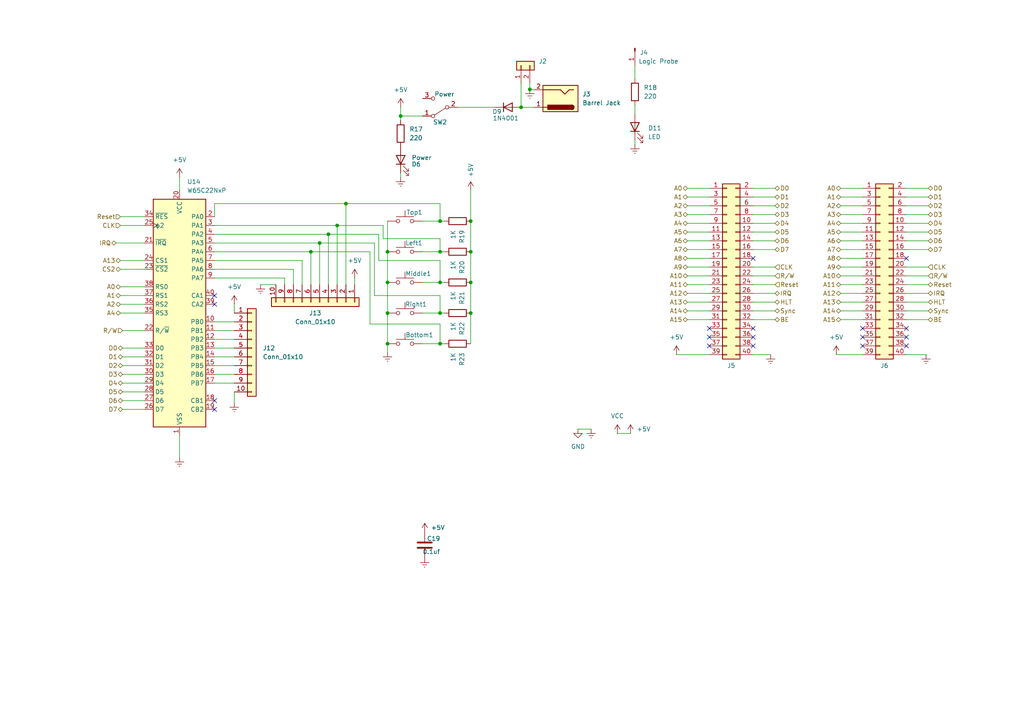
<source format=kicad_sch>
(kicad_sch (version 20231120) (generator "eeschema") (generator_version "8.0")
  (paper "A4")
  (lib_symbols
    (symbol "8bit-computer-rescue:SW_SPDT-8bit-computer-rescue" (pin_names (offset 0) hide)
      (property "Reference" "SW" (at 0 4.318 0))
      (property "Value" "8bit-computer-rescue:SW_SPDT" (at 0 -5.08 0))
      (symbol "SW_SPDT-8bit-computer-rescue_0_0"
        (circle (center -2.032 0) (radius 0.508))
        (circle (center 2.032 -2.54) (radius 0.508))
      )
      (symbol "SW_SPDT-8bit-computer-rescue_0_1"
        (polyline (pts (xy -1.524 0.254) (xy 1.651 2.286)))
        (circle (center 2.032 2.54) (radius 0.508))
      )
      (symbol "SW_SPDT-8bit-computer-rescue_1_1"
        (pin passive line (at 5.08 2.54 180) (length 2.54) (name "A") (number "1"))
        (pin passive line (at -5.08 0 0) (length 2.54) (name "B") (number "2"))
        (pin passive line (at 5.08 -2.54 180) (length 2.54) (name "C") (number "3"))
      )
    )
    (symbol "Connector:Barrel_Jack" (pin_names (offset 1.016))
      (property "Reference" "J" (at 0 5.334 0))
      (property "Value" "Barrel_Jack" (at 0 -5.08 0))
      (symbol "Barrel_Jack_0_1"
        (rectangle (start -5.08 3.81) (end 5.08 -3.81) (stroke (width 0.254)) (fill (type background)))
        (arc (start -3.302 3.175) (mid -3.9343 2.54) (end -3.302 1.905) (stroke (width 0.254)))
        (arc (start -3.302 3.175) (mid -3.9343 2.54) (end -3.302 1.905) (stroke (width 0.254)) (fill (type outline)))
        (polyline (pts (xy 5.08 2.54) (xy 3.81 2.54)) (stroke (width 0.254)))
        (polyline (pts (xy -3.81 -2.54) (xy -2.54 -2.54) (xy -1.27 -1.27) (xy 0 -2.54) (xy 2.54 -2.54) (xy 5.08 -2.54)) (stroke (width 0.254)))
        (rectangle (start 3.683 3.175) (end -3.302 1.905) (stroke (width 0.254)) (fill (type outline)))
      )
      (symbol "Barrel_Jack_1_1"
        (pin passive line (at 7.62 2.54 180) (length 2.54) (name "~") (number "1"))
        (pin passive line (at 7.62 -2.54 180) (length 2.54) (name "~") (number "2"))
      )
    )
    (symbol "Connector:Conn_01x01_Pin" (pin_names (offset 1.016) hide)
      (property "Reference" "J" (at 0 2.54 0))
      (property "Value" "Conn_01x01_Pin" (at 0 -2.54 0))
      (symbol "Conn_01x01_Pin_1_1"
        (polyline (pts (xy 1.27 0) (xy 0.8636 0)) (stroke (width 0.1524)))
        (rectangle (start 0.8636 0.127) (end 0 -0.127) (stroke (width 0.1524)) (fill (type outline)))
        (pin passive line (at 5.08 0 180) (length 3.81) (name "Pin_1") (number "1"))
      )
    )
    (symbol "Connector_Generic:Conn_01x02" (pin_names (offset 1.016) hide)
      (property "Reference" "J" (at 0 2.54 0))
      (property "Value" "Conn_01x02" (at 0 -5.08 0))
      (symbol "Conn_01x02_1_1"
        (rectangle (start -1.27 -2.413) (end 0 -2.667) (stroke (width 0.1524)))
        (rectangle (start -1.27 0.127) (end 0 -0.127) (stroke (width 0.1524)))
        (rectangle (start -1.27 1.27) (end 1.27 -3.81) (stroke (width 0.254)) (fill (type background)))
        (pin passive line (at -5.08 0 0) (length 3.81) (name "Pin_1") (number "1"))
        (pin passive line (at -5.08 -2.54 0) (length 3.81) (name "Pin_2") (number "2"))
      )
    )
    (symbol "Connector_Generic:Conn_01x10" (pin_names (offset 1.016) hide)
      (property "Reference" "J" (at 0 12.7 0))
      (property "Value" "Conn_01x10" (at 0 -15.24 0))
      (symbol "Conn_01x10_1_1"
        (rectangle (start -1.27 -12.573) (end 0 -12.827) (stroke (width 0.1524)))
        (rectangle (start -1.27 -10.033) (end 0 -10.287) (stroke (width 0.1524)))
        (rectangle (start -1.27 -7.493) (end 0 -7.747) (stroke (width 0.1524)))
        (rectangle (start -1.27 -4.953) (end 0 -5.207) (stroke (width 0.1524)))
        (rectangle (start -1.27 -2.413) (end 0 -2.667) (stroke (width 0.1524)))
        (rectangle (start -1.27 0.127) (end 0 -0.127) (stroke (width 0.1524)))
        (rectangle (start -1.27 2.667) (end 0 2.413) (stroke (width 0.1524)))
        (rectangle (start -1.27 5.207) (end 0 4.953) (stroke (width 0.1524)))
        (rectangle (start -1.27 7.747) (end 0 7.493) (stroke (width 0.1524)))
        (rectangle (start -1.27 10.287) (end 0 10.033) (stroke (width 0.1524)))
        (rectangle (start -1.27 11.43) (end 1.27 -13.97) (stroke (width 0.254)) (fill (type background)))
        (pin passive line (at -5.08 10.16 0) (length 3.81) (name "Pin_1") (number "1"))
        (pin passive line (at -5.08 -12.7 0) (length 3.81) (name "Pin_10") (number "10"))
        (pin passive line (at -5.08 7.62 0) (length 3.81) (name "Pin_2") (number "2"))
        (pin passive line (at -5.08 5.08 0) (length 3.81) (name "Pin_3") (number "3"))
        (pin passive line (at -5.08 2.54 0) (length 3.81) (name "Pin_4") (number "4"))
        (pin passive line (at -5.08 0 0) (length 3.81) (name "Pin_5") (number "5"))
        (pin passive line (at -5.08 -2.54 0) (length 3.81) (name "Pin_6") (number "6"))
        (pin passive line (at -5.08 -5.08 0) (length 3.81) (name "Pin_7") (number "7"))
        (pin passive line (at -5.08 -7.62 0) (length 3.81) (name "Pin_8") (number "8"))
        (pin passive line (at -5.08 -10.16 0) (length 3.81) (name "Pin_9") (number "9"))
      )
    )
    (symbol "Connector_Generic:Conn_02x20_Odd_Even" (pin_names (offset 1.016) hide)
      (property "Reference" "J" (at 1.27 25.4 0))
      (property "Value" "Conn_02x20_Odd_Even" (at 1.27 -27.94 0))
      (symbol "Conn_02x20_Odd_Even_1_1"
        (rectangle (start -1.27 -25.273) (end 0 -25.527) (stroke (width 0.1524)))
        (rectangle (start -1.27 -22.733) (end 0 -22.987) (stroke (width 0.1524)))
        (rectangle (start -1.27 -20.193) (end 0 -20.447) (stroke (width 0.1524)))
        (rectangle (start -1.27 -17.653) (end 0 -17.907) (stroke (width 0.1524)))
        (rectangle (start -1.27 -15.113) (end 0 -15.367) (stroke (width 0.1524)))
        (rectangle (start -1.27 -12.573) (end 0 -12.827) (stroke (width 0.1524)))
        (rectangle (start -1.27 -10.033) (end 0 -10.287) (stroke (width 0.1524)))
        (rectangle (start -1.27 -7.493) (end 0 -7.747) (stroke (width 0.1524)))
        (rectangle (start -1.27 -4.953) (end 0 -5.207) (stroke (width 0.1524)))
        (rectangle (start -1.27 -2.413) (end 0 -2.667) (stroke (width 0.1524)))
        (rectangle (start -1.27 0.127) (end 0 -0.127) (stroke (width 0.1524)))
        (rectangle (start -1.27 2.667) (end 0 2.413) (stroke (width 0.1524)))
        (rectangle (start -1.27 5.207) (end 0 4.953) (stroke (width 0.1524)))
        (rectangle (start -1.27 7.747) (end 0 7.493) (stroke (width 0.1524)))
        (rectangle (start -1.27 10.287) (end 0 10.033) (stroke (width 0.1524)))
        (rectangle (start -1.27 12.827) (end 0 12.573) (stroke (width 0.1524)))
        (rectangle (start -1.27 15.367) (end 0 15.113) (stroke (width 0.1524)))
        (rectangle (start -1.27 17.907) (end 0 17.653) (stroke (width 0.1524)))
        (rectangle (start -1.27 20.447) (end 0 20.193) (stroke (width 0.1524)))
        (rectangle (start -1.27 22.987) (end 0 22.733) (stroke (width 0.1524)))
        (rectangle (start -1.27 24.13) (end 3.81 -26.67) (stroke (width 0.254)) (fill (type background)))
        (rectangle (start 3.81 -25.273) (end 2.54 -25.527) (stroke (width 0.1524)))
        (rectangle (start 3.81 -22.733) (end 2.54 -22.987) (stroke (width 0.1524)))
        (rectangle (start 3.81 -20.193) (end 2.54 -20.447) (stroke (width 0.1524)))
        (rectangle (start 3.81 -17.653) (end 2.54 -17.907) (stroke (width 0.1524)))
        (rectangle (start 3.81 -15.113) (end 2.54 -15.367) (stroke (width 0.1524)))
        (rectangle (start 3.81 -12.573) (end 2.54 -12.827) (stroke (width 0.1524)))
        (rectangle (start 3.81 -10.033) (end 2.54 -10.287) (stroke (width 0.1524)))
        (rectangle (start 3.81 -7.493) (end 2.54 -7.747) (stroke (width 0.1524)))
        (rectangle (start 3.81 -4.953) (end 2.54 -5.207) (stroke (width 0.1524)))
        (rectangle (start 3.81 -2.413) (end 2.54 -2.667) (stroke (width 0.1524)))
        (rectangle (start 3.81 0.127) (end 2.54 -0.127) (stroke (width 0.1524)))
        (rectangle (start 3.81 2.667) (end 2.54 2.413) (stroke (width 0.1524)))
        (rectangle (start 3.81 5.207) (end 2.54 4.953) (stroke (width 0.1524)))
        (rectangle (start 3.81 7.747) (end 2.54 7.493) (stroke (width 0.1524)))
        (rectangle (start 3.81 10.287) (end 2.54 10.033) (stroke (width 0.1524)))
        (rectangle (start 3.81 12.827) (end 2.54 12.573) (stroke (width 0.1524)))
        (rectangle (start 3.81 15.367) (end 2.54 15.113) (stroke (width 0.1524)))
        (rectangle (start 3.81 17.907) (end 2.54 17.653) (stroke (width 0.1524)))
        (rectangle (start 3.81 20.447) (end 2.54 20.193) (stroke (width 0.1524)))
        (rectangle (start 3.81 22.987) (end 2.54 22.733) (stroke (width 0.1524)))
        (pin passive line (at -5.08 22.86 0) (length 3.81) (name "Pin_1") (number "1"))
        (pin passive line (at 7.62 12.7 180) (length 3.81) (name "Pin_10") (number "10"))
        (pin passive line (at -5.08 10.16 0) (length 3.81) (name "Pin_11") (number "11"))
        (pin passive line (at 7.62 10.16 180) (length 3.81) (name "Pin_12") (number "12"))
        (pin passive line (at -5.08 7.62 0) (length 3.81) (name "Pin_13") (number "13"))
        (pin passive line (at 7.62 7.62 180) (length 3.81) (name "Pin_14") (number "14"))
        (pin passive line (at -5.08 5.08 0) (length 3.81) (name "Pin_15") (number "15"))
        (pin passive line (at 7.62 5.08 180) (length 3.81) (name "Pin_16") (number "16"))
        (pin passive line (at -5.08 2.54 0) (length 3.81) (name "Pin_17") (number "17"))
        (pin passive line (at 7.62 2.54 180) (length 3.81) (name "Pin_18") (number "18"))
        (pin passive line (at -5.08 0 0) (length 3.81) (name "Pin_19") (number "19"))
        (pin passive line (at 7.62 22.86 180) (length 3.81) (name "Pin_2") (number "2"))
        (pin passive line (at 7.62 0 180) (length 3.81) (name "Pin_20") (number "20"))
        (pin passive line (at -5.08 -2.54 0) (length 3.81) (name "Pin_21") (number "21"))
        (pin passive line (at 7.62 -2.54 180) (length 3.81) (name "Pin_22") (number "22"))
        (pin passive line (at -5.08 -5.08 0) (length 3.81) (name "Pin_23") (number "23"))
        (pin passive line (at 7.62 -5.08 180) (length 3.81) (name "Pin_24") (number "24"))
        (pin passive line (at -5.08 -7.62 0) (length 3.81) (name "Pin_25") (number "25"))
        (pin passive line (at 7.62 -7.62 180) (length 3.81) (name "Pin_26") (number "26"))
        (pin passive line (at -5.08 -10.16 0) (length 3.81) (name "Pin_27") (number "27"))
        (pin passive line (at 7.62 -10.16 180) (length 3.81) (name "Pin_28") (number "28"))
        (pin passive line (at -5.08 -12.7 0) (length 3.81) (name "Pin_29") (number "29"))
        (pin passive line (at -5.08 20.32 0) (length 3.81) (name "Pin_3") (number "3"))
        (pin passive line (at 7.62 -12.7 180) (length 3.81) (name "Pin_30") (number "30"))
        (pin passive line (at -5.08 -15.24 0) (length 3.81) (name "Pin_31") (number "31"))
        (pin passive line (at 7.62 -15.24 180) (length 3.81) (name "Pin_32") (number "32"))
        (pin passive line (at -5.08 -17.78 0) (length 3.81) (name "Pin_33") (number "33"))
        (pin passive line (at 7.62 -17.78 180) (length 3.81) (name "Pin_34") (number "34"))
        (pin passive line (at -5.08 -20.32 0) (length 3.81) (name "Pin_35") (number "35"))
        (pin passive line (at 7.62 -20.32 180) (length 3.81) (name "Pin_36") (number "36"))
        (pin passive line (at -5.08 -22.86 0) (length 3.81) (name "Pin_37") (number "37"))
        (pin passive line (at 7.62 -22.86 180) (length 3.81) (name "Pin_38") (number "38"))
        (pin passive line (at -5.08 -25.4 0) (length 3.81) (name "Pin_39") (number "39"))
        (pin passive line (at 7.62 20.32 180) (length 3.81) (name "Pin_4") (number "4"))
        (pin passive line (at 7.62 -25.4 180) (length 3.81) (name "Pin_40") (number "40"))
        (pin passive line (at -5.08 17.78 0) (length 3.81) (name "Pin_5") (number "5"))
        (pin passive line (at 7.62 17.78 180) (length 3.81) (name "Pin_6") (number "6"))
        (pin passive line (at -5.08 15.24 0) (length 3.81) (name "Pin_7") (number "7"))
        (pin passive line (at 7.62 15.24 180) (length 3.81) (name "Pin_8") (number "8"))
        (pin passive line (at -5.08 12.7 0) (length 3.81) (name "Pin_9") (number "9"))
      )
    )
    (symbol "Device:C" (pin_numbers hide) (pin_names (offset 0.254))
      (property "Reference" "C" (at 0.635 2.54 0))
      (property "Value" "C" (at 0.635 -2.54 0))
      (symbol "C_0_1"
        (polyline (pts (xy -2.032 -0.762) (xy 2.032 -0.762)) (stroke (width 0.508)))
        (polyline (pts (xy -2.032 0.762) (xy 2.032 0.762)) (stroke (width 0.508)))
      )
      (symbol "C_1_1"
        (pin passive line (at 0 3.81 270) (length 2.794) (name "~") (number "1"))
        (pin passive line (at 0 -3.81 90) (length 2.794) (name "~") (number "2"))
      )
    )
    (symbol "Device:LED" (pin_numbers hide) (pin_names (offset 1.016) hide)
      (property "Reference" "D" (at 0 2.54 0))
      (property "Value" "LED" (at 0 -2.54 0))
      (symbol "LED_0_1"
        (polyline (pts (xy -1.27 -1.27) (xy -1.27 1.27)) (stroke (width 0.254)))
        (polyline (pts (xy -1.27 0) (xy 1.27 0)))
        (polyline (pts (xy 1.27 -1.27) (xy 1.27 1.27) (xy -1.27 0) (xy 1.27 -1.27)) (stroke (width 0.254)))
        (polyline (pts (xy -3.048 -0.762) (xy -4.572 -2.286) (xy -3.81 -2.286) (xy -4.572 -2.286) (xy -4.572 -1.524)))
        (polyline (pts (xy -1.778 -0.762) (xy -3.302 -2.286) (xy -2.54 -2.286) (xy -3.302 -2.286) (xy -3.302 -1.524)))
      )
      (symbol "LED_1_1"
        (pin passive line (at -3.81 0 0) (length 2.54) (name "K") (number "1"))
        (pin passive line (at 3.81 0 180) (length 2.54) (name "A") (number "2"))
      )
    )
    (symbol "Device:R" (pin_numbers hide) (pin_names (offset 0))
      (property "Reference" "R" (at 2.032 0 90))
      (property "Value" "R" (at 0 0 90))
      (symbol "R_0_1"
        (rectangle (start -1.016 -2.54) (end 1.016 2.54) (stroke (width 0.254)))
      )
      (symbol "R_1_1"
        (pin passive line (at 0 3.81 270) (length 1.27) (name "~") (number "1"))
        (pin passive line (at 0 -3.81 90) (length 1.27) (name "~") (number "2"))
      )
    )
    (symbol "Diode:1N4001" (pin_numbers hide) (pin_names hide)
      (property "Reference" "D" (at 0 2.54 0))
      (property "Value" "1N4001" (at 0 -2.54 0))
      (symbol "1N4001_0_1"
        (polyline (pts (xy -1.27 1.27) (xy -1.27 -1.27)) (stroke (width 0.254)))
        (polyline (pts (xy 1.27 0) (xy -1.27 0)))
        (polyline (pts (xy 1.27 1.27) (xy 1.27 -1.27) (xy -1.27 0) (xy 1.27 1.27)) (stroke (width 0.254)))
      )
      (symbol "1N4001_1_1"
        (pin passive line (at -3.81 0 0) (length 2.54) (name "K") (number "1"))
        (pin passive line (at 3.81 0 180) (length 2.54) (name "A") (number "2"))
      )
    )
    (symbol "PCM_65xx-library:W65C22NxP"
      (property "Reference" "U" (at 2.54 38.1 0))
      (property "Value" "W65C22NxP" (at 2.54 35.56 0))
      (symbol "W65C22NxP_0_1"
        (rectangle (start -7.62 33.02) (end 7.62 -33.02) (stroke (width 0.254)) (fill (type background)))
      )
      (symbol "W65C22NxP_1_1"
        (pin power_in line (at 0 -35.56 90) (length 2.54) (name "VSS") (number "1"))
        (pin bidirectional line (at 10.16 -2.54 180) (length 2.54) (name "PB0") (number "10"))
        (pin bidirectional line (at 10.16 -5.08 180) (length 2.54) (name "PB1") (number "11"))
        (pin bidirectional line (at 10.16 -7.62 180) (length 2.54) (name "PB2") (number "12"))
        (pin bidirectional line (at 10.16 -10.16 180) (length 2.54) (name "PB3") (number "13"))
        (pin bidirectional line (at 10.16 -12.7 180) (length 2.54) (name "PB4") (number "14"))
        (pin bidirectional line (at 10.16 -15.24 180) (length 2.54) (name "PB5") (number "15"))
        (pin bidirectional line (at 10.16 -17.78 180) (length 2.54) (name "PB6") (number "16"))
        (pin bidirectional line (at 10.16 -20.32 180) (length 2.54) (name "PB7") (number "17"))
        (pin input line (at 10.16 -25.4 180) (length 2.54) (name "CB1") (number "18"))
        (pin bidirectional line (at 10.16 -27.94 180) (length 2.54) (name "CB2") (number "19"))
        (pin bidirectional line (at 10.16 27.94 180) (length 2.54) (name "PA0") (number "2"))
        (pin power_in line (at 0 35.56 270) (length 2.54) (name "VCC") (number "20"))
        (pin open_collector line (at -10.16 20.32 0) (length 2.54) (name "~{IRQ}") (number "21"))
        (pin input line (at -10.16 -5.08 0) (length 2.54) (name "R/~{W}") (number "22"))
        (pin input line (at -10.16 12.7 0) (length 2.54) (name "~{CS2}") (number "23"))
        (pin input line (at -10.16 15.24 0) (length 2.54) (name "CS1") (number "24"))
        (pin input clock (at -10.16 25.4 0) (length 2.54) (name "ϕ2") (number "25"))
        (pin bidirectional line (at -10.16 -27.94 0) (length 2.54) (name "D7") (number "26"))
        (pin bidirectional line (at -10.16 -25.4 0) (length 2.54) (name "D6") (number "27"))
        (pin bidirectional line (at -10.16 -22.86 0) (length 2.54) (name "D5") (number "28"))
        (pin bidirectional line (at -10.16 -20.32 0) (length 2.54) (name "D4") (number "29"))
        (pin bidirectional line (at 10.16 25.4 180) (length 2.54) (name "PA1") (number "3"))
        (pin bidirectional line (at -10.16 -17.78 0) (length 2.54) (name "D3") (number "30"))
        (pin bidirectional line (at -10.16 -15.24 0) (length 2.54) (name "D2") (number "31"))
        (pin bidirectional line (at -10.16 -12.7 0) (length 2.54) (name "D1") (number "32"))
        (pin bidirectional line (at -10.16 -10.16 0) (length 2.54) (name "D0") (number "33"))
        (pin input line (at -10.16 27.94 0) (length 2.54) (name "~{RES}") (number "34"))
        (pin input line (at -10.16 0 0) (length 2.54) (name "RS3") (number "35"))
        (pin input line (at -10.16 2.54 0) (length 2.54) (name "RS2") (number "36"))
        (pin input line (at -10.16 5.08 0) (length 2.54) (name "RS1") (number "37"))
        (pin input line (at -10.16 7.62 0) (length 2.54) (name "RS0") (number "38"))
        (pin bidirectional line (at 10.16 2.54 180) (length 2.54) (name "CA2") (number "39"))
        (pin bidirectional line (at 10.16 22.86 180) (length 2.54) (name "PA2") (number "4"))
        (pin input line (at 10.16 5.08 180) (length 2.54) (name "CA1") (number "40"))
        (pin bidirectional line (at 10.16 20.32 180) (length 2.54) (name "PA3") (number "5"))
        (pin bidirectional line (at 10.16 17.78 180) (length 2.54) (name "PA4") (number "6"))
        (pin bidirectional line (at 10.16 15.24 180) (length 2.54) (name "PA5") (number "7"))
        (pin bidirectional line (at 10.16 12.7 180) (length 2.54) (name "PA6") (number "8"))
        (pin bidirectional line (at 10.16 10.16 180) (length 2.54) (name "PA7") (number "9"))
      )
    )
    (symbol "Switch:SW_Push" (pin_numbers hide) (pin_names (offset 1.016) hide)
      (property "Reference" "SW" (at 1.27 2.54 0))
      (property "Value" "SW_Push" (at 0 -1.524 0))
      (symbol "SW_Push_0_1"
        (circle (center -2.032 0) (radius 0.508))
        (polyline (pts (xy 0 1.27) (xy 0 3.048)))
        (polyline (pts (xy 2.54 1.27) (xy -2.54 1.27)))
        (circle (center 2.032 0) (radius 0.508))
        (pin passive line (at -5.08 0 0) (length 2.54) (name "1") (number "1"))
        (pin passive line (at 5.08 0 180) (length 2.54) (name "2") (number "2"))
      )
    )
    (symbol "power:+5V" (power) (pin_names (offset 0))
      (property "Value" "+5V" (at 0 3.556 0))
      (symbol "+5V_0_1"
        (polyline (pts (xy -0.762 1.27) (xy 0 2.54)))
        (polyline (pts (xy 0 0) (xy 0 2.54)))
        (polyline (pts (xy 0 2.54) (xy 0.762 1.27)))
      )
      (symbol "+5V_1_1"
        (pin power_in line (at 0 0 90) (length 0) hide (name "+5V") (number "1"))
      )
    )
    (symbol "power:Earth" (power) (pin_names (offset 0))
      (symbol "Earth_0_1"
        (polyline (pts (xy -0.635 -1.905) (xy 0.635 -1.905)))
        (polyline (pts (xy -0.127 -2.54) (xy 0.127 -2.54)))
        (polyline (pts (xy 0 -1.27) (xy 0 0)))
        (polyline (pts (xy 1.27 -1.27) (xy -1.27 -1.27)))
      )
      (symbol "Earth_1_1"
        (pin power_in line (at 0 0 270) (length 0) hide (name "Earth") (number "1"))
      )
    )
    (symbol "power:GND" (power) (pin_numbers hide) (pin_names (offset 0) hide)
      (property "Value" "GND" (at 0 -3.81 0))
      (symbol "GND_0_1"
        (polyline (pts (xy 0 0) (xy 0 -1.27) (xy 1.27 -1.27) (xy 0 -2.54) (xy -1.27 -1.27) (xy 0 -1.27)))
      )
      (symbol "GND_1_1"
        (pin power_in line (at 0 0 270) (length 0) (name "~") (number "1"))
      )
    )
    (symbol "power:VCC" (power) (pin_numbers hide) (pin_names (offset 0) hide)
      (property "Value" "VCC" (at 0 3.556 0))
      (symbol "VCC_0_1"
        (polyline (pts (xy -0.762 1.27) (xy 0 2.54)))
        (polyline (pts (xy 0 0) (xy 0 2.54)))
        (polyline (pts (xy 0 2.54) (xy 0.762 1.27)))
      )
      (symbol "VCC_1_1"
        (pin power_in line (at 0 0 90) (length 0) (name "~") (number "1"))
      )
    )
  )
  (junction (at 136.525 73.025))
  (junction (at 136.525 90.805))
  (junction (at 112.395 81.915))
  (junction (at 90.17 73.025))
  (junction (at 97.79 65.405))
  (junction (at 127.635 81.915))
  (junction (at 112.395 73.025))
  (junction (at 127.635 64.135))
  (junction (at 127.635 90.805))
  (junction (at 127.635 99.695))
  (junction (at 92.71 70.485))
  (junction (at 136.525 64.135))
  (junction (at 112.395 99.695))
  (junction (at 151.13 31.115))
  (junction (at 153.67 25.908))
  (junction (at 116.205 33.655))
  (junction (at 112.395 90.805))
  (junction (at 100.33 59.055))
  (junction (at 127.635 73.025))
  (junction (at 95.25 67.945))
  (junction (at 136.525 81.915))
  (no_connect (at 250.19 97.79))
  (no_connect (at 205.74 97.79))
  (no_connect (at 62.23 118.745))
  (no_connect (at 205.74 100.33))
  (no_connect (at 205.74 95.25))
  (no_connect (at 218.44 95.25))
  (no_connect (at 218.44 97.79))
  (no_connect (at 250.19 95.25))
  (no_connect (at 218.44 74.93))
  (no_connect (at 62.23 116.205))
  (no_connect (at 262.89 100.33))
  (no_connect (at 62.23 88.265))
  (no_connect (at 262.89 95.25))
  (no_connect (at 262.89 74.93))
  (no_connect (at 218.44 100.33))
  (no_connect (at 262.89 97.79))
  (no_connect (at 250.19 100.33))
  (no_connect (at 62.23 85.725))
  (wire (pts (xy 52.07 126.365) (xy 52.07 132.715)))
  (wire (pts (xy 62.23 75.565) (xy 87.63 75.565)))
  (wire (pts (xy 243.84 85.09) (xy 250.19 85.09)))
  (wire (pts (xy 62.23 108.585) (xy 67.945 108.585)))
  (wire (pts (xy 34.925 90.805) (xy 41.91 90.805)))
  (wire (pts (xy 95.25 67.945) (xy 95.25 82.55)))
  (wire (pts (xy 128.905 73.025) (xy 127.635 73.025)))
  (wire (pts (xy 218.44 64.77) (xy 224.79 64.77)))
  (wire (pts (xy 243.84 82.55) (xy 250.19 82.55)))
  (wire (pts (xy 262.89 64.77) (xy 269.24 64.77)))
  (wire (pts (xy 243.84 74.93) (xy 250.19 74.93)))
  (wire (pts (xy 218.44 57.15) (xy 224.79 57.15)))
  (wire (pts (xy 243.84 90.17) (xy 250.19 90.17)))
  (wire (pts (xy 127.635 90.805) (xy 122.555 90.805)))
  (wire (pts (xy 62.23 78.105) (xy 85.09 78.105)))
  (wire (pts (xy 153.67 26.035) (xy 154.94 26.035)))
  (wire (pts (xy 35.56 113.665) (xy 41.91 113.665)))
  (wire (pts (xy 199.39 67.31) (xy 205.74 67.31)))
  (wire (pts (xy 112.395 99.695) (xy 112.395 102.235)))
  (wire (pts (xy 243.84 64.77) (xy 250.19 64.77)))
  (wire (pts (xy 153.67 24.13) (xy 153.67 25.908)))
  (wire (pts (xy 116.205 51.435) (xy 116.205 50.165)))
  (wire (pts (xy 218.44 82.55) (xy 224.79 82.55)))
  (wire (pts (xy 167.64 124.46) (xy 171.45 124.46)))
  (wire (pts (xy 218.44 87.63) (xy 224.79 87.63)))
  (wire (pts (xy 218.44 80.01) (xy 224.79 80.01)))
  (wire (pts (xy 262.89 80.01) (xy 269.24 80.01)))
  (wire (pts (xy 199.39 69.85) (xy 205.74 69.85)))
  (wire (pts (xy 218.44 77.47) (xy 224.79 77.47)))
  (wire (pts (xy 95.25 67.945) (xy 62.23 67.945)))
  (wire (pts (xy 62.23 65.405) (xy 97.79 65.405)))
  (wire (pts (xy 109.855 75.565) (xy 109.855 67.945)))
  (wire (pts (xy 243.84 67.31) (xy 250.19 67.31)))
  (wire (pts (xy 116.205 31.115) (xy 116.205 33.655)))
  (wire (pts (xy 34.925 83.185) (xy 41.91 83.185)))
  (wire (pts (xy 262.89 59.69) (xy 269.24 59.69)))
  (wire (pts (xy 112.395 81.915) (xy 112.395 90.805)))
  (wire (pts (xy 199.39 85.09) (xy 205.74 85.09)))
  (wire (pts (xy 218.44 62.23) (xy 224.79 62.23)))
  (wire (pts (xy 262.89 57.15) (xy 269.24 57.15)))
  (wire (pts (xy 33.655 70.485) (xy 41.91 70.485)))
  (wire (pts (xy 128.905 81.915) (xy 127.635 81.915)))
  (wire (pts (xy 41.91 78.105) (xy 34.925 78.105)))
  (wire (pts (xy 242.57 102.87) (xy 250.19 102.87)))
  (wire (pts (xy 199.39 90.17) (xy 205.74 90.17)))
  (wire (pts (xy 262.89 90.17) (xy 269.24 90.17)))
  (wire (pts (xy 243.84 72.39) (xy 250.19 72.39)))
  (wire (pts (xy 67.945 88.265) (xy 67.945 90.805)))
  (wire (pts (xy 62.23 80.645) (xy 82.55 80.645)))
  (wire (pts (xy 127.635 73.025) (xy 122.555 73.025)))
  (wire (pts (xy 218.44 72.39) (xy 224.79 72.39)))
  (wire (pts (xy 132.715 31.115) (xy 143.51 31.115)))
  (wire (pts (xy 243.84 54.61) (xy 250.19 54.61)))
  (wire (pts (xy 199.39 87.63) (xy 205.74 87.63)))
  (wire (pts (xy 127.635 93.98) (xy 127.635 99.695)))
  (wire (pts (xy 262.89 85.09) (xy 269.24 85.09)))
  (wire (pts (xy 92.71 70.485) (xy 62.23 70.485)))
  (wire (pts (xy 218.44 85.09) (xy 224.79 85.09)))
  (wire (pts (xy 199.39 92.71) (xy 205.74 92.71)))
  (wire (pts (xy 262.89 54.61) (xy 269.24 54.61)))
  (wire (pts (xy 243.84 59.69) (xy 250.19 59.69)))
  (wire (pts (xy 199.39 54.61) (xy 205.74 54.61)))
  (wire (pts (xy 127.635 85.725) (xy 127.635 90.805)))
  (wire (pts (xy 75.565 82.55) (xy 80.01 82.55)))
  (wire (pts (xy 62.23 93.345) (xy 67.945 93.345)))
  (wire (pts (xy 199.39 77.47) (xy 205.74 77.47)))
  (wire (pts (xy 112.395 90.805) (xy 112.395 99.695)))
  (wire (pts (xy 262.89 69.85) (xy 269.24 69.85)))
  (wire (pts (xy 100.33 59.055) (xy 127.635 59.055)))
  (wire (pts (xy 62.23 103.505) (xy 67.945 103.505)))
  (wire (pts (xy 127.635 81.915) (xy 122.555 81.915)))
  (wire (pts (xy 151.13 24.13) (xy 151.13 31.115)))
  (wire (pts (xy 112.395 73.025) (xy 112.395 81.915)))
  (wire (pts (xy 218.44 90.17) (xy 224.79 90.17)))
  (wire (pts (xy 184.15 19.05) (xy 184.15 22.86)))
  (wire (pts (xy 100.33 59.055) (xy 100.33 82.55)))
  (wire (pts (xy 108.585 85.725) (xy 127.635 85.725)))
  (wire (pts (xy 218.44 69.85) (xy 224.79 69.85)))
  (wire (pts (xy 52.07 51.435) (xy 52.07 55.245)))
  (wire (pts (xy 111.125 69.215) (xy 127.635 69.215)))
  (wire (pts (xy 127.635 93.98) (xy 107.315 93.98)))
  (wire (pts (xy 199.39 82.55) (xy 205.74 82.55)))
  (wire (pts (xy 127.635 75.565) (xy 109.855 75.565)))
  (wire (pts (xy 218.44 102.87) (xy 223.52 102.87)))
  (wire (pts (xy 262.89 82.55) (xy 269.24 82.55)))
  (wire (pts (xy 108.585 85.725) (xy 108.585 70.485)))
  (wire (pts (xy 82.55 80.645) (xy 82.55 82.55)))
  (wire (pts (xy 107.315 73.025) (xy 90.17 73.025)))
  (wire (pts (xy 62.23 100.965) (xy 67.945 100.965)))
  (wire (pts (xy 34.925 85.725) (xy 41.91 85.725)))
  (wire (pts (xy 102.87 80.645) (xy 102.87 82.55)))
  (wire (pts (xy 35.56 118.745) (xy 41.91 118.745)))
  (wire (pts (xy 243.84 87.63) (xy 250.19 87.63)))
  (wire (pts (xy 35.56 111.125) (xy 41.91 111.125)))
  (wire (pts (xy 218.44 92.71) (xy 224.79 92.71)))
  (wire (pts (xy 127.635 99.695) (xy 128.905 99.695)))
  (wire (pts (xy 127.635 69.215) (xy 127.635 73.025)))
  (wire (pts (xy 87.63 75.565) (xy 87.63 82.55)))
  (wire (pts (xy 136.525 90.805) (xy 136.525 99.695)))
  (wire (pts (xy 184.15 41.91) (xy 184.15 40.64)))
  (wire (pts (xy 199.39 74.93) (xy 205.74 74.93)))
  (wire (pts (xy 85.09 78.105) (xy 85.09 82.55)))
  (wire (pts (xy 243.84 69.85) (xy 250.19 69.85)))
  (wire (pts (xy 92.71 70.485) (xy 92.71 82.55)))
  (wire (pts (xy 262.89 87.63) (xy 269.24 87.63)))
  (wire (pts (xy 90.17 73.025) (xy 90.17 82.55)))
  (wire (pts (xy 136.525 55.245) (xy 136.525 64.135)))
  (wire (pts (xy 122.555 99.695) (xy 127.635 99.695)))
  (wire (pts (xy 218.44 59.69) (xy 224.79 59.69)))
  (wire (pts (xy 199.39 80.01) (xy 205.74 80.01)))
  (wire (pts (xy 34.925 65.405) (xy 41.91 65.405)))
  (wire (pts (xy 90.17 73.025) (xy 62.23 73.025)))
  (wire (pts (xy 111.125 65.405) (xy 111.125 69.215)))
  (wire (pts (xy 109.855 67.945) (xy 95.25 67.945)))
  (wire (pts (xy 97.79 65.405) (xy 97.79 82.55)))
  (wire (pts (xy 199.39 72.39) (xy 205.74 72.39)))
  (wire (pts (xy 153.67 25.908) (xy 153.67 26.035)))
  (wire (pts (xy 262.89 77.47) (xy 269.24 77.47)))
  (wire (pts (xy 128.905 90.805) (xy 127.635 90.805)))
  (wire (pts (xy 262.89 102.87) (xy 268.605 102.87)))
  (wire (pts (xy 262.89 67.31) (xy 269.24 67.31)))
  (wire (pts (xy 262.89 62.23) (xy 269.24 62.23)))
  (wire (pts (xy 41.91 75.565) (xy 34.925 75.565)))
  (wire (pts (xy 199.39 57.15) (xy 205.74 57.15)))
  (wire (pts (xy 108.585 70.485) (xy 92.71 70.485)))
  (wire (pts (xy 127.635 59.055) (xy 127.635 64.135)))
  (wire (pts (xy 243.84 80.01) (xy 250.19 80.01)))
  (wire (pts (xy 205.74 102.87) (xy 196.215 102.87)))
  (wire (pts (xy 262.89 92.71) (xy 269.24 92.71)))
  (wire (pts (xy 179.07 125.73) (xy 182.88 125.73)))
  (wire (pts (xy 199.39 62.23) (xy 205.74 62.23)))
  (wire (pts (xy 116.205 33.655) (xy 122.555 33.655)))
  (wire (pts (xy 243.84 92.71) (xy 250.19 92.71)))
  (wire (pts (xy 136.525 64.135) (xy 136.525 73.025)))
  (wire (pts (xy 136.525 73.025) (xy 136.525 81.915)))
  (wire (pts (xy 243.84 57.15) (xy 250.19 57.15)))
  (wire (pts (xy 35.56 108.585) (xy 41.91 108.585)))
  (wire (pts (xy 34.925 62.865) (xy 41.91 62.865)))
  (wire (pts (xy 97.79 65.405) (xy 111.125 65.405)))
  (wire (pts (xy 243.84 77.47) (xy 250.19 77.47)))
  (wire (pts (xy 62.23 106.045) (xy 67.945 106.045)))
  (wire (pts (xy 35.56 106.045) (xy 41.91 106.045)))
  (wire (pts (xy 116.205 33.655) (xy 116.205 34.925)))
  (wire (pts (xy 34.925 88.265) (xy 41.91 88.265)))
  (wire (pts (xy 199.39 59.69) (xy 205.74 59.69)))
  (wire (pts (xy 136.525 81.915) (xy 136.525 90.805)))
  (wire (pts (xy 151.13 31.115) (xy 154.94 31.115)))
  (wire (pts (xy 199.39 64.77) (xy 205.74 64.77)))
  (wire (pts (xy 107.315 93.98) (xy 107.315 73.025)))
  (wire (pts (xy 218.44 54.61) (xy 224.79 54.61)))
  (wire (pts (xy 112.395 64.135) (xy 112.395 73.025)))
  (wire (pts (xy 62.23 62.865) (xy 62.23 59.055)))
  (wire (pts (xy 218.44 67.31) (xy 224.79 67.31)))
  (wire (pts (xy 62.23 59.055) (xy 100.33 59.055)))
  (wire (pts (xy 128.905 64.135) (xy 127.635 64.135)))
  (wire (pts (xy 243.84 62.23) (xy 250.19 62.23)))
  (wire (pts (xy 35.56 116.205) (xy 41.91 116.205)))
  (wire (pts (xy 127.635 75.565) (xy 127.635 81.915)))
  (wire (pts (xy 184.15 30.48) (xy 184.15 33.02)))
  (wire (pts (xy 62.23 95.885) (xy 67.945 95.885)))
  (wire (pts (xy 35.56 95.885) (xy 41.91 95.885)))
  (wire (pts (xy 35.56 100.965) (xy 41.91 100.965)))
  (wire (pts (xy 262.89 72.39) (xy 269.24 72.39)))
  (wire (pts (xy 62.23 111.125) (xy 67.945 111.125)))
  (wire (pts (xy 35.56 103.505) (xy 41.91 103.505)))
  (wire (pts (xy 127.635 64.135) (xy 122.555 64.135)))
  (wire (pts (xy 67.945 113.665) (xy 67.945 116.84)))
  (wire (pts (xy 62.23 98.425) (xy 67.945 98.425)))
  (hierarchical_label "D0" (shape bidirectional) (at 35.56 100.965 180))
  (hierarchical_label "A6" (shape bidirectional) (at 243.84 69.85 180))
  (hierarchical_label "A12" (shape bidirectional) (at 199.39 85.09 180))
  (hierarchical_label "HLT" (shape bidirectional) (at 224.79 87.63 0))
  (hierarchical_label "A13" (shape bidirectional) (at 34.925 75.565 180))
  (hierarchical_label "BE" (shape bidirectional) (at 224.79 92.71 0))
  (hierarchical_label "D7" (shape bidirectional) (at 224.79 72.39 0))
  (hierarchical_label "D5" (shape bidirectional) (at 35.56 113.665 180))
  (hierarchical_label "D2" (shape bidirectional) (at 35.56 106.045 180))
  (hierarchical_label "A1" (shape bidirectional) (at 243.84 57.15 180))
  (hierarchical_label "A3" (shape bidirectional) (at 243.84 62.23 180))
  (hierarchical_label "Reset" (shape bidirectional) (at 269.24 82.55 0))
  (hierarchical_label "D5" (shape bidirectional) (at 269.24 67.31 0))
  (hierarchical_label "BE" (shape bidirectional) (at 269.24 92.71 0))
  (hierarchical_label "A7" (shape bidirectional) (at 199.39 72.39 180))
  (hierarchical_label "R{slash}W" (shape input) (at 224.79 80.01 0))
  (hierarchical_label "A5" (shape bidirectional) (at 243.84 67.31 180))
  (hierarchical_label "A10" (shape bidirectional) (at 199.39 80.01 180))
  (hierarchical_label "D5" (shape bidirectional) (at 224.79 67.31 0))
  (hierarchical_label "A13" (shape bidirectional) (at 243.84 87.63 180))
  (hierarchical_label "D2" (shape bidirectional) (at 224.79 59.69 0))
  (hierarchical_label "Sync" (shape bidirectional) (at 269.24 90.17 0))
  (hierarchical_label "CS2" (shape bidirectional) (at 34.925 78.105 180))
  (hierarchical_label "A8" (shape bidirectional) (at 199.39 74.93 180))
  (hierarchical_label "A0" (shape bidirectional) (at 199.39 54.61 180))
  (hierarchical_label "Reset" (shape input) (at 34.925 62.865 180))
  (hierarchical_label "CLK" (shape input) (at 34.925 65.405 180))
  (hierarchical_label "HLT" (shape bidirectional) (at 269.24 87.63 0))
  (hierarchical_label "Reset" (shape input) (at 224.79 82.55 0))
  (hierarchical_label "D6" (shape bidirectional) (at 35.56 116.205 180))
  (hierarchical_label "R{slash}W" (shape input) (at 35.56 95.885 180))
  (hierarchical_label "A9" (shape bidirectional) (at 199.39 77.47 180))
  (hierarchical_label "A15" (shape bidirectional) (at 243.84 92.71 180))
  (hierarchical_label "A11" (shape bidirectional) (at 243.84 82.55 180))
  (hierarchical_label "A6" (shape bidirectional) (at 199.39 69.85 180))
  (hierarchical_label "A4" (shape bidirectional) (at 199.39 64.77 180))
  (hierarchical_label "D3" (shape bidirectional) (at 224.79 62.23 0))
  (hierarchical_label "D6" (shape bidirectional) (at 224.79 69.85 0))
  (hierarchical_label "CLK" (shape input) (at 224.79 77.47 0))
  (hierarchical_label "D7" (shape bidirectional) (at 35.56 118.745 180))
  (hierarchical_label "Sync" (shape bidirectional) (at 224.79 90.17 0))
  (hierarchical_label "A14" (shape bidirectional) (at 199.39 90.17 180))
  (hierarchical_label "D4" (shape bidirectional) (at 35.56 111.125 180))
  (hierarchical_label "A13" (shape bidirectional) (at 199.39 87.63 180))
  (hierarchical_label "A2" (shape bidirectional) (at 34.925 88.265 180))
  (hierarchical_label "A4" (shape bidirectional) (at 34.925 90.805 180))
  (hierarchical_label "A1" (shape bidirectional) (at 199.39 57.15 180))
  (hierarchical_label "A8" (shape bidirectional) (at 243.84 74.93 180))
  (hierarchical_label "D4" (shape bidirectional) (at 269.24 64.77 0))
  (hierarchical_label "D1" (shape bidirectional) (at 224.79 57.15 0))
  (hierarchical_label "CLK" (shape input) (at 269.24 77.47 0))
  (hierarchical_label "A1" (shape bidirectional) (at 34.925 85.725 180))
  (hierarchical_label "A9" (shape bidirectional) (at 243.84 77.47 180))
  (hierarchical_label "A0" (shape bidirectional) (at 243.84 54.61 180))
  (hierarchical_label "A3" (shape bidirectional) (at 199.39 62.23 180))
  (hierarchical_label "D2" (shape bidirectional) (at 269.24 59.69 0))
  (hierarchical_label "A11" (shape bidirectional) (at 199.39 82.55 180))
  (hierarchical_label "D3" (shape bidirectional) (at 269.24 62.23 0))
  (hierarchical_label "A4" (shape bidirectional) (at 243.84 64.77 180))
  (hierarchical_label "D6" (shape bidirectional) (at 269.24 69.85 0))
  (hierarchical_label "A10" (shape bidirectional) (at 243.84 80.01 180))
  (hierarchical_label "D0" (shape bidirectional) (at 269.24 54.61 0))
  (hierarchical_label "A2" (shape bidirectional) (at 199.39 59.69 180))
  (hierarchical_label "A7" (shape bidirectional) (at 243.84 72.39 180))
  (hierarchical_label "D1" (shape bidirectional) (at 269.24 57.15 0))
  (hierarchical_label "A0" (shape bidirectional) (at 34.925 83.185 180))
  (hierarchical_label "D7" (shape bidirectional) (at 269.24 72.39 0))
  (hierarchical_label "D0" (shape bidirectional) (at 224.79 54.61 0))
  (hierarchical_label "A2" (shape bidirectional) (at 243.84 59.69 180))
  (hierarchical_label "IRQ" (shape bidirectional) (at 33.655 70.485 180))
  (hierarchical_label "D4" (shape bidirectional) (at 224.79 64.77 0))
  (hierarchical_label "D1" (shape bidirectional) (at 35.56 103.505 180))
  (hierarchical_label "D3" (shape bidirectional) (at 35.56 108.585 180))
  (hierarchical_label "A14" (shape bidirectional) (at 243.84 90.17 180))
  (hierarchical_label "A15" (shape bidirectional) (at 199.39 92.71 180))
  (hierarchical_label "IRQ" (shape bidirectional) (at 269.24 85.09 0))
  (hierarchical_label "A5" (shape bidirectional) (at 199.39 67.31 180))
  (hierarchical_label "IRQ" (shape bidirectional) (at 224.79 85.09 0))
  (hierarchical_label "R{slash}W" (shape input) (at 269.24 80.01 0))
  (hierarchical_label "A12" (shape bidirectional) (at 243.84 85.09 180))
  (symbol (lib_id "Device:C") (at 123.19 158.115 0) (unit 1)
    (property "Reference" "C19" (at 123.825 156.21 0) (effects (justify left)))
    (property "Value" "0.1uf" (at 122.555 160.02 0) (effects (justify left)))
    (property "Footprint" "Capacitor_THT:C_Disc_D4.3mm_W1.9mm_P5.00mm" (effects (hide yes)))
  )
  (symbol (lib_id "power:Earth") (at 153.67 25.908 0) (unit 1)
    (property "Reference" "#PWR034" (effects (hide yes)))
    (property "Value" "Earth" (effects (hide yes)))
  )
  (symbol (lib_id "power:+5V") (at 116.205 31.115 0) (unit 1)
    (property "Reference" "#PWR035" (effects (hide yes)))
    (property "Value" "+5V" (at 116.205 26.035 0))
  )
  (symbol (lib_id "Device:R") (at 132.715 90.805 90) (unit 1)
    (property "Reference" "R22" (at 133.985 93.345 0) (effects (justify right)))
    (property "Value" "1K" (at 131.445 93.345 0) (effects (justify right)))
    (property "Footprint" "Resistor_THT:R_Axial_DIN0207_L6.3mm_D2.5mm_P7.62mm_Horizontal" (effects (hide yes)))
  )
  (symbol (lib_id "PCM_65xx-library:W65C22NxP") (at 52.07 90.805 0) (unit 1)
    (property "Reference" "U14" (at 54.2641 52.705 0) (effects (justify left)))
    (property "Value" "W65C22NxP" (at 54.2641 55.245 0) (effects (justify left)))
    (property "Footprint" "Package_DIP:DIP-40_W15.24mm" (effects (hide yes)))
    (property "Datasheet" "http://www.westerndesigncenter.com/wdc/documentation/w65c22.pdf" (effects (hide yes)))
  )
  (symbol (lib_id "power:Earth") (at 268.605 102.87 0) (unit 1)
    (property "Reference" "#PWR048" (effects (hide yes)))
    (property "Value" "Earth" (effects (hide yes)))
  )
  (symbol (lib_id "power:+5V") (at 52.07 51.435 0) (unit 1)
    (property "Reference" "#PWR038" (effects (hide yes)))
    (property "Value" "+5V" (at 52.07 46.355 0))
  )
  (symbol (lib_id "power:Earth") (at 223.52 102.87 0) (unit 1)
    (property "Reference" "#PWR047" (effects (hide yes)))
    (property "Value" "Earth" (effects (hide yes)))
  )
  (symbol (lib_id "power:VCC") (at 179.07 125.73 0) (unit 1)
    (property "Reference" "#PWR061" (effects (hide yes)))
    (property "Value" "VCC" (at 179.07 120.65 0))
    (property "Description" "Power symbol creates a global label with name \"VCC\"" (effects (hide yes)))
  )
  (symbol (lib_id "Device:R") (at 184.15 26.67 0) (unit 1)
    (property "Reference" "R18" (at 186.69 25.4 0) (effects (justify left)))
    (property "Value" "220" (at 186.69 27.94 0) (effects (justify left)))
    (property "Footprint" "Resistor_THT:R_Axial_DIN0207_L6.3mm_D2.5mm_P7.62mm_Horizontal" (effects (hide yes)))
  )
  (symbol (lib_id "power:Earth") (at 171.45 124.46 0) (unit 1)
    (property "Reference" "#PWR064" (effects (hide yes)))
    (property "Value" "Earth" (effects (hide yes)))
  )
  (symbol (lib_id "Connector_Generic:Conn_01x10") (at 73.025 100.965 0) (unit 1)
    (property "Reference" "J12" (at 76.2 100.9649 0) (effects (justify left)))
    (property "Value" "Conn_01x10" (at 76.2 103.5049 0) (effects (justify left)))
    (property "Footprint" "Connector_PinSocket_2.54mm:PinSocket_1x10_P2.54mm_Vertical" (effects (hide yes)))
    (property "Description" "Generic connector, single row, 01x10, script generated (kicad-library-utils/schlib/autogen/connector/)" (effects (hide yes)))
  )
  (symbol (lib_id "Connector_Generic:Conn_01x02") (at 151.13 19.05 90) (unit 1)
    (property "Reference" "J2" (at 156.21 17.78 90) (effects (justify right)))
    (property "Value" "Conn_01x02" (effects (hide yes)))
    (property "Footprint" "Connector_PinSocket_2.54mm:PinSocket_1x02_P2.54mm_Vertical" (effects (hide yes)))
  )
  (symbol (lib_id "power:+5V") (at 102.87 80.645 0) (unit 1)
    (property "Reference" "#PWR057" (effects (hide yes)))
    (property "Value" "+5V" (at 102.87 75.565 0))
  )
  (symbol (lib_id "Connector:Conn_01x01_Pin") (at 184.15 13.97 270) (unit 1)
    (property "Reference" "J4" (at 187.96 15.24 90) (effects (justify right)))
    (property "Value" "Logic Probe" (at 196.85 17.78 90) (effects (justify right)))
    (property "Footprint" "Connector_Pin:Pin_D1.0mm_L10.0mm" (effects (hide yes)))
  )
  (symbol (lib_id "Device:R") (at 132.715 64.135 90) (unit 1)
    (property "Reference" "R19" (at 133.985 66.675 0) (effects (justify right)))
    (property "Value" "1K" (at 131.445 66.675 0) (effects (justify right)))
    (property "Footprint" "Resistor_THT:R_Axial_DIN0207_L6.3mm_D2.5mm_P7.62mm_Horizontal" (effects (hide yes)))
  )
  (symbol (lib_id "Connector_Generic:Conn_02x20_Odd_Even") (at 210.82 77.47 0) (unit 1)
    (property "Reference" "J5" (at 212.09 106.045 0))
    (property "Value" "Conn_02x20_Counter_Clockwise" (effects (hide yes)))
    (property "Footprint" "Connector_PinSocket_2.54mm:PinSocket_2x20_P2.54mm_Vertical" (effects (hide yes)))
    (property "Description" "Generic connector, double row, 02x20, odd/even pin numbering scheme (row 1 odd numbers, row 2 even numbers), script generated (kicad-library-utils/schlib/autogen/connector/)" (effects (hide yes)))
  )
  (symbol (lib_id "power:+5V") (at 242.57 102.87 0) (unit 1)
    (property "Reference" "#PWR051" (effects (hide yes)))
    (property "Value" "+5V" (at 242.57 97.79 0))
  )
  (symbol (lib_id "Switch:SW_Push") (at 117.475 73.025 0) (unit 1)
    (property "Reference" "Left1" (at 122.555 70.485 0) (effects (justify right)))
    (property "Value" "Left" (effects (hide yes)))
    (property "Footprint" "Button_Switch_THT:SW_PUSH_6mm_H5mm" (effects (hide yes)))
  )
  (symbol (lib_id "power:GND") (at 167.64 124.46 0) (unit 1)
    (property "Reference" "#PWR063" (effects (hide yes)))
    (property "Value" "GND" (at 167.64 129.54 0))
    (property "Description" "Power symbol creates a global label with name \"GND\" , ground" (effects (hide yes)))
  )
  (symbol (lib_id "power:Earth") (at 67.945 116.84 0) (unit 1)
    (property "Reference" "#PWR056" (effects (hide yes)))
    (property "Value" "Earth" (effects (hide yes)))
  )
  (symbol (lib_id "power:Earth") (at 112.395 102.235 0) (unit 1)
    (property "Reference" "#PWR037" (effects (hide yes)))
    (property "Value" "Earth" (effects (hide yes)))
  )
  (symbol (lib_id "power:+5V") (at 196.215 102.87 0) (unit 1)
    (property "Reference" "#PWR050" (effects (hide yes)))
    (property "Value" "+5V" (at 196.215 97.79 0))
  )
  (symbol (lib_id "Switch:SW_Push") (at 117.475 81.915 0) (unit 1)
    (property "Reference" "Middle1" (at 125.095 79.375 0) (effects (justify right)))
    (property "Value" "Middle" (effects (hide yes)))
    (property "Footprint" "Button_Switch_THT:SW_PUSH_6mm_H5mm" (effects (hide yes)))
  )
  (symbol (lib_id "Switch:SW_Push") (at 117.475 64.135 0) (unit 1)
    (property "Reference" "Top1" (at 122.555 61.595 0) (effects (justify right)))
    (property "Value" "Top" (effects (hide yes)))
    (property "Footprint" "Button_Switch_THT:SW_PUSH_6mm_H5mm" (effects (hide yes)))
  )
  (symbol (lib_id "Switch:SW_Push") (at 117.475 90.805 0) (unit 1)
    (property "Reference" "Right1" (at 123.825 88.265 0) (effects (justify right)))
    (property "Value" "Right" (effects (hide yes)))
    (property "Footprint" "Button_Switch_THT:SW_PUSH_6mm_H5mm" (effects (hide yes)))
  )
  (symbol (lib_id "Device:R") (at 116.205 38.735 0) (unit 1)
    (property "Reference" "R17" (at 118.745 37.465 0) (effects (justify left)))
    (property "Value" "220" (at 118.745 40.005 0) (effects (justify left)))
    (property "Footprint" "Resistor_THT:R_Axial_DIN0207_L6.3mm_D2.5mm_P7.62mm_Horizontal" (effects (hide yes)))
  )
  (symbol (lib_id "Device:R") (at 132.715 81.915 90) (unit 1)
    (property "Reference" "R21" (at 133.985 84.455 0) (effects (justify right)))
    (property "Value" "1K" (at 131.445 84.455 0) (effects (justify right)))
    (property "Footprint" "Resistor_THT:R_Axial_DIN0207_L6.3mm_D2.5mm_P7.62mm_Horizontal" (effects (hide yes)))
  )
  (symbol (lib_id "Switch:SW_Push") (at 117.475 99.695 0) (unit 1)
    (property "Reference" "Bottom1" (at 125.73 97.155 0) (effects (justify right)))
    (property "Value" "Bottom" (effects (hide yes)))
    (property "Footprint" "Button_Switch_THT:SW_PUSH_6mm_H5mm" (effects (hide yes)))
  )
  (symbol (lib_id "Connector_Generic:Conn_02x20_Odd_Even") (at 255.27 77.47 0) (unit 1)
    (property "Reference" "J6" (at 256.54 106.045 0))
    (property "Value" "Conn_02x20_Counter_Clockwise" (effects (hide yes)))
    (property "Footprint" "Connector_PinSocket_2.54mm:PinSocket_2x20_P2.54mm_Vertical" (effects (hide yes)))
    (property "Description" "Generic connector, double row, 02x20, odd/even pin numbering scheme (row 1 odd numbers, row 2 even numbers), script generated (kicad-library-utils/schlib/autogen/connector/)" (effects (hide yes)))
  )
  (symbol (lib_id "Device:R") (at 132.715 73.025 90) (unit 1)
    (property "Reference" "R20" (at 133.985 75.565 0) (effects (justify right)))
    (property "Value" "1K" (at 131.445 75.565 0) (effects (justify right)))
    (property "Footprint" "Resistor_THT:R_Axial_DIN0207_L6.3mm_D2.5mm_P7.62mm_Horizontal" (effects (hide yes)))
  )
  (symbol (lib_id "Connector:Barrel_Jack") (at 162.56 28.575 180) (unit 1)
    (property "Reference" "J3" (at 168.91 27.305 0) (effects (justify right)))
    (property "Value" "Barrel Jack" (at 168.91 29.845 0) (effects (justify right)))
    (property "Footprint" "Connector_BarrelJack:BarrelJack_Horizontal" (effects (hide yes)))
  )
  (symbol (lib_id "power:+5V") (at 67.945 88.265 0) (unit 1)
    (property "Reference" "#PWR055" (effects (hide yes)))
    (property "Value" "+5V" (at 67.945 83.185 0))
  )
  (symbol (lib_id "Device:LED") (at 184.15 36.83 90) (unit 1)
    (property "Reference" "D11" (at 187.96 37.1475 90) (effects (justify right)))
    (property "Value" "LED" (at 187.96 39.6875 90) (effects (justify right)))
    (property "Footprint" "LED_THT:LED_D5.0mm" (effects (hide yes)))
  )
  (symbol (lib_id "power:Earth") (at 75.565 82.55 0) (unit 1)
    (property "Reference" "#PWR058" (effects (hide yes)))
    (property "Value" "Earth" (effects (hide yes)))
  )
  (symbol (lib_id "power:Earth") (at 52.07 132.715 0) (unit 1)
    (property "Reference" "#PWR039" (effects (hide yes)))
    (property "Value" "Earth" (effects (hide yes)))
  )
  (symbol (lib_id "power:Earth") (at 184.15 41.91 0) (unit 1)
    (property "Reference" "#PWR033" (effects (hide yes)))
    (property "Value" "Earth" (effects (hide yes)))
  )
  (symbol (lib_id "Device:R") (at 132.715 99.695 90) (unit 1)
    (property "Reference" "R23" (at 133.985 102.235 0) (effects (justify right)))
    (property "Value" "1K" (at 131.445 102.235 0) (effects (justify right)))
    (property "Footprint" "Resistor_THT:R_Axial_DIN0207_L6.3mm_D2.5mm_P7.62mm_Horizontal" (effects (hide yes)))
  )
  (symbol (lib_id "power:+5V") (at 136.525 55.245 0) (unit 1)
    (property "Reference" "#PWR036" (effects (hide yes)))
    (property "Value" "+5V" (at 136.525 51.435 90) (effects (justify left)))
  )
  (symbol (lib_id "power:+5V") (at 123.19 154.305 0) (unit 1)
    (property "Reference" "#PWR020" (effects (hide yes)))
    (property "Value" "+5V" (at 127 153.035 0))
  )
  (symbol (lib_id "8bit-computer-rescue:SW_SPDT-8bit-computer-rescue") (at 127.635 31.115 180) (unit 1)
    (property "Reference" "SW2" (at 127.635 35.433 0))
    (property "Value" "Power" (at 128.905 27.305 0))
    (property "Footprint" "digikey-footprints:Switch_Slide_11.6x4mm_EG1218" (effects (hide yes)))
    (instances (project "8bit-computer" (path "" (reference "SW2") (unit 1))) (project "BenEater-6502" (path "" (reference "SW6") (unit 1))))
  )
  (symbol (lib_id "Connector_Generic:Conn_01x10") (at 92.71 87.63 270) (unit 1)
    (property "Reference" "J13" (at 91.44 90.805 90))
    (property "Value" "Conn_01x10" (at 91.44 93.345 90))
    (property "Footprint" "Connector_PinSocket_2.54mm:PinSocket_1x10_P2.54mm_Vertical" (effects (hide yes)))
    (property "Description" "Generic connector, single row, 01x10, script generated (kicad-library-utils/schlib/autogen/connector/)" (effects (hide yes)))
  )
  (symbol (lib_id "Diode:1N4001") (at 147.32 31.115 0) (unit 1)
    (property "Reference" "D9" (at 144.145 32.385 0))
    (property "Value" "1N4001" (at 146.685 34.29 0))
    (property "Footprint" "Diode_THT:D_DO-41_SOD81_P10.16mm_Horizontal" (effects (hide yes)))
    (property "Datasheet" "http://www.vishay.com/docs/88503/1n4001.pdf" (effects (hide yes)))
    (property "Description" "50V 1A General Purpose Rectifier Diode, DO-41" (effects (hide yes)))
    (property "Sim.Device" "D" (effects (hide yes)))
    (property "Sim.Pins" "1=K 2=A" (effects (hide yes)))
  )
  (symbol (lib_id "power:Earth") (at 123.19 161.925 0) (unit 1)
    (property "Reference" "#PWR032" (effects (hide yes)))
    (property "Value" "Earth" (effects (hide yes)))
  )
  (symbol (lib_id "power:+5V") (at 182.88 125.73 0) (unit 1)
    (property "Reference" "#PWR062" (effects (hide yes)))
    (property "Value" "+5V" (at 186.69 124.46 0))
  )
  (symbol (lib_id "Device:LED") (at 116.205 46.355 90) (unit 1)
    (property "Reference" "D6" (at 119.38 47.625 90) (effects (justify right)))
    (property "Value" "Power" (at 119.38 45.72 90) (effects (justify right)))
    (property "Footprint" "LED_THT:LED_D5.0mm" (effects (hide yes)))
  )
  (symbol (lib_id "power:Earth") (at 116.205 51.435 0) (unit 1)
    (property "Reference" "#PWR040" (effects (hide yes)))
    (property "Value" "Earth" (effects (hide yes)))
  )
)
</source>
